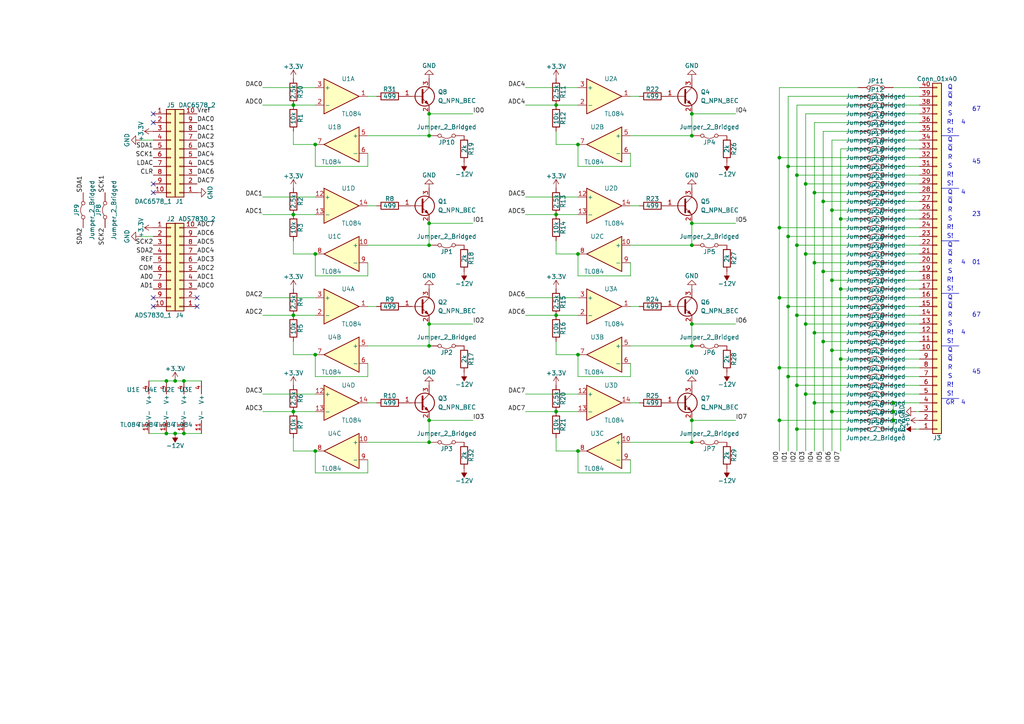
<source format=kicad_sch>
(kicad_sch (version 20250114) (generator "eeschema") (generator_version "9.0")
  (paper "A4")
  (text "R" (at 275.59 91.44 0) (effects (font (size 1.27 1.27))))
  (text "R" (at 275.59 45.72 0) (effects (font (size 1.27 1.27))))
  (text "Q" (at 275.59 86.36 0) (effects (font (size 1.27 1.27))))
  (text "~{Q}" (at 275.59 27.94 0) (effects (font (size 1.27 1.27))))
  (text "~{Q}" (at 275.59 58.42 0) (effects (font (size 1.27 1.27))))
  (text "S!" (at 275.59 99.06 0) (effects (font (size 1.27 1.27))))
  (text "45" (at 283.21 107.95 0) (effects (font (size 1.27 1.27))))
  (text "R" (at 275.59 60.96 0) (effects (font (size 1.27 1.27))))
  (text "R" (at 275.59 106.68 0) (effects (font (size 1.27 1.27))))
  (text "R!" (at 275.59 96.52 0) (effects (font (size 1.27 1.27))))
  (text "S!" (at 275.59 38.1 0) (effects (font (size 1.27 1.27))))
  (text "S" (at 275.59 33.02 0) (effects (font (size 1.27 1.27))))
  (text "GR" (at 275.59 116.84 0) (effects (font (size 1.27 1.27))))
  (text "67" (at 283.21 91.44 0) (effects (font (size 1.27 1.27))))
  (text "~{Q}" (at 275.59 104.14 0) (effects (font (size 1.27 1.27))))
  (text "R!" (at 275.59 66.04 0) (effects (font (size 1.27 1.27))))
  (text "S!" (at 275.59 68.58 0) (effects (font (size 1.27 1.27))))
  (text "S" (at 275.59 78.74 0) (effects (font (size 1.27 1.27))))
  (text "4" (at 279.4 55.88 0) (effects (font (size 1.27 1.27))))
  (text "R!" (at 275.59 50.8 0) (effects (font (size 1.27 1.27))))
  (text "4" (at 279.4 96.52 0) (effects (font (size 1.27 1.27))))
  (text "S" (at 275.59 93.98 0) (effects (font (size 1.27 1.27))))
  (text "R" (at 275.59 30.48 0) (effects (font (size 1.27 1.27))))
  (text "67" (at 283.21 31.75 0) (effects (font (size 1.27 1.27))))
  (text "S!" (at 275.59 53.34 0) (effects (font (size 1.27 1.27))))
  (text "45" (at 283.21 46.99 0) (effects (font (size 1.27 1.27))))
  (text "4" (at 279.4 116.84 0) (effects (font (size 1.27 1.27))))
  (text "01" (at 283.21 76.2 0) (effects (font (size 1.27 1.27))))
  (text "S" (at 275.59 63.5 0) (effects (font (size 1.27 1.27))))
  (text "S!" (at 275.59 83.82 0) (effects (font (size 1.27 1.27))))
  (text "Q" (at 275.59 71.12 0) (effects (font (size 1.27 1.27))))
  (text "4" (at 279.4 35.56 0) (effects (font (size 1.27 1.27))))
  (text "R!" (at 275.59 35.56 0) (effects (font (size 1.27 1.27))))
  (text "S" (at 275.59 48.26 0) (effects (font (size 1.27 1.27))))
  (text "S" (at 275.59 109.22 0) (effects (font (size 1.27 1.27))))
  (text "Q" (at 275.59 55.88 0) (effects (font (size 1.27 1.27))))
  (text "23" (at 283.21 62.23 0) (effects (font (size 1.27 1.27))))
  (text "~{Q}" (at 275.59 43.18 0) (effects (font (size 1.27 1.27))))
  (text "Q" (at 275.59 101.6 0) (effects (font (size 1.27 1.27))))
  (text "S!" (at 275.59 114.3 0) (effects (font (size 1.27 1.27))))
  (text "4" (at 279.4 76.2 0) (effects (font (size 1.27 1.27))))
  (text "R" (at 275.59 76.2 0) (effects (font (size 1.27 1.27))))
  (text "R!" (at 275.59 81.28 0) (effects (font (size 1.27 1.27))))
  (text "~{Q}" (at 275.59 88.9 0) (effects (font (size 1.27 1.27))))
  (text "Q" (at 275.59 25.4 0) (effects (font (size 1.27 1.27))))
  (text "~{Q}" (at 275.59 73.66 0) (effects (font (size 1.27 1.27))))
  (text "Q" (at 275.59 40.64 0) (effects (font (size 1.27 1.27))))
  (text "R!" (at 275.59 111.76 0) (effects (font (size 1.27 1.27))))
  (junction (at 161.29 62.23))
  (junction (at 228.6 88.9))
  (junction (at 243.84 83.82))
  (junction (at 200.66 33.02))
  (junction (at 124.46 93.98))
  (junction (at 161.29 30.48))
  (junction (at 124.46 71.12))
  (junction (at 259.08 121.92))
  (junction (at 241.3 81.28))
  (junction (at 200.66 100.33))
  (junction (at 238.76 99.06))
  (junction (at 226.06 121.92))
  (junction (at 161.29 119.38))
  (junction (at 124.46 33.02))
  (junction (at 226.06 106.68))
  (junction (at 226.06 66.04))
  (junction (at 167.64 102.87))
  (junction (at 48.26 125.73))
  (junction (at 200.66 64.77))
  (junction (at 85.09 119.38))
  (junction (at 91.44 130.81))
  (junction (at 50.8 125.73))
  (junction (at 124.46 100.33))
  (junction (at 259.08 116.84))
  (junction (at 48.26 110.49))
  (junction (at 238.76 78.74))
  (junction (at 91.44 73.66))
  (junction (at 226.06 86.36))
  (junction (at 233.68 73.66))
  (junction (at 236.22 55.88))
  (junction (at 85.09 62.23))
  (junction (at 200.66 71.12))
  (junction (at 91.44 41.91))
  (junction (at 241.3 60.96))
  (junction (at 53.34 125.73))
  (junction (at 231.14 124.46))
  (junction (at 200.66 93.98))
  (junction (at 243.84 63.5))
  (junction (at 231.14 111.76))
  (junction (at 50.8 110.49))
  (junction (at 167.64 41.91))
  (junction (at 236.22 116.84))
  (junction (at 124.46 128.27))
  (junction (at 200.66 121.92))
  (junction (at 228.6 109.22))
  (junction (at 233.68 53.34))
  (junction (at 161.29 91.44))
  (junction (at 226.06 45.72))
  (junction (at 259.08 119.38))
  (junction (at 200.66 128.27))
  (junction (at 241.3 101.6))
  (junction (at 231.14 71.12))
  (junction (at 85.09 91.44))
  (junction (at 243.84 104.14))
  (junction (at 167.64 73.66))
  (junction (at 85.09 30.48))
  (junction (at 238.76 58.42))
  (junction (at 236.22 76.2))
  (junction (at 124.46 64.77))
  (junction (at 124.46 39.37))
  (junction (at 233.68 114.3))
  (junction (at 241.3 119.38))
  (junction (at 228.6 48.26))
  (junction (at 231.14 50.8))
  (junction (at 167.64 130.81))
  (junction (at 228.6 68.58))
  (junction (at 236.22 96.52))
  (junction (at 200.66 39.37))
  (junction (at 53.34 110.49))
  (junction (at 124.46 121.92))
  (junction (at 233.68 93.98))
  (junction (at 231.14 91.44))
  (junction (at 91.44 102.87))
  (no_connect (at 44.45 55.88))
  (no_connect (at 44.45 86.36))
  (no_connect (at 44.45 88.9))
  (no_connect (at 44.45 35.56))
  (no_connect (at 57.15 86.36))
  (no_connect (at 44.45 33.02))
  (no_connect (at 57.15 88.9))
  (no_connect (at 44.45 53.34))
  (wire (pts (xy 200.66 39.37) (xy 200.66 33.02)))
  (wire (pts (xy 228.6 48.26) (xy 248.92 48.26)))
  (wire (pts (xy 259.08 78.74) (xy 266.7 78.74)))
  (wire (pts (xy 259.08 104.14) (xy 266.7 104.14)))
  (wire (pts (xy 243.84 83.82) (xy 243.84 104.14)))
  (wire (pts (xy 85.09 38.1) (xy 85.09 41.91)))
  (wire (pts (xy 161.29 38.1) (xy 161.29 41.91)))
  (wire (pts (xy 85.09 41.91) (xy 91.44 41.91)))
  (wire (pts (xy 124.46 64.77) (xy 137.16 64.77)))
  (wire (pts (xy 76.2 57.15) (xy 91.44 57.15)))
  (wire (pts (xy 231.14 30.48) (xy 248.92 30.48)))
  (wire (pts (xy 233.68 73.66) (xy 233.68 93.98)))
  (wire (pts (xy 259.08 50.8) (xy 266.7 50.8)))
  (wire (pts (xy 182.88 71.12) (xy 200.66 71.12)))
  (wire (pts (xy 259.08 48.26) (xy 266.7 48.26)))
  (wire (pts (xy 231.14 50.8) (xy 248.92 50.8)))
  (wire (pts (xy 226.06 25.4) (xy 248.92 25.4)))
  (wire (pts (xy 161.29 130.81) (xy 167.64 130.81)))
  (wire (pts (xy 233.68 114.3) (xy 233.68 130.81)))
  (wire (pts (xy 236.22 96.52) (xy 236.22 116.84)))
  (wire (pts (xy 106.68 59.69) (xy 109.22 59.69)))
  (wire (pts (xy 76.2 25.4) (xy 91.44 25.4)))
  (wire (pts (xy 259.08 116.84) (xy 266.7 116.84)))
  (wire (pts (xy 236.22 116.84) (xy 248.92 116.84)))
  (wire (pts (xy 226.06 106.68) (xy 248.92 106.68)))
  (wire (pts (xy 259.08 106.68) (xy 266.7 106.68)))
  (wire (pts (xy 106.68 116.84) (xy 109.22 116.84)))
  (wire (pts (xy 226.06 121.92) (xy 248.92 121.92)))
  (wire (pts (xy 167.64 130.81) (xy 167.64 137.16)))
  (wire (pts (xy 241.3 60.96) (xy 248.92 60.96)))
  (wire (pts (xy 228.6 68.58) (xy 228.6 88.9)))
  (wire (pts (xy 265.43 119.38) (xy 266.7 119.38)))
  (wire (pts (xy 243.84 104.14) (xy 243.84 130.81)))
  (wire (pts (xy 182.88 88.9) (xy 185.42 88.9)))
  (wire (pts (xy 200.66 64.77) (xy 213.36 64.77)))
  (wire (pts (xy 85.09 30.48) (xy 91.44 30.48)))
  (wire (pts (xy 91.44 73.66) (xy 91.44 80.01)))
  (wire (pts (xy 231.14 30.48) (xy 231.14 50.8)))
  (wire (pts (xy 243.84 83.82) (xy 248.92 83.82)))
  (wire (pts (xy 243.84 43.18) (xy 248.92 43.18)))
  (wire (pts (xy 48.26 125.73) (xy 50.8 125.73)))
  (wire (pts (xy 259.08 27.94) (xy 266.7 27.94)))
  (wire (pts (xy 241.3 40.64) (xy 248.92 40.64)))
  (wire (pts (xy 124.46 93.98) (xy 137.16 93.98)))
  (wire (pts (xy 226.06 106.68) (xy 226.06 121.92)))
  (wire (pts (xy 259.08 101.6) (xy 266.7 101.6)))
  (wire (pts (xy 241.3 101.6) (xy 248.92 101.6)))
  (wire (pts (xy 167.64 80.01) (xy 182.88 80.01)))
  (wire (pts (xy 91.44 137.16) (xy 106.68 137.16)))
  (wire (pts (xy 236.22 76.2) (xy 236.22 96.52)))
  (wire (pts (xy 106.68 137.16) (xy 106.68 133.35)))
  (wire (pts (xy 226.06 45.72) (xy 248.92 45.72)))
  (wire (pts (xy 106.68 128.27) (xy 124.46 128.27)))
  (wire (pts (xy 228.6 109.22) (xy 228.6 130.81)))
  (wire (pts (xy 161.29 99.06) (xy 161.29 102.87)))
  (wire (pts (xy 106.68 39.37) (xy 124.46 39.37)))
  (wire (pts (xy 161.29 73.66) (xy 167.64 73.66)))
  (wire (pts (xy 259.08 116.84) (xy 259.08 119.38)))
  (wire (pts (xy 228.6 27.94) (xy 248.92 27.94)))
  (wire (pts (xy 231.14 111.76) (xy 231.14 124.46)))
  (polyline (pts (xy 276.86 69.85) (xy 278.13 69.85)))
  (wire (pts (xy 259.08 83.82) (xy 266.7 83.82)))
  (wire (pts (xy 259.08 38.1) (xy 266.7 38.1)))
  (wire (pts (xy 76.2 119.38) (xy 85.09 119.38)))
  (wire (pts (xy 161.29 69.85) (xy 161.29 73.66)))
  (wire (pts (xy 238.76 38.1) (xy 248.92 38.1)))
  (wire (pts (xy 238.76 78.74) (xy 248.92 78.74)))
  (wire (pts (xy 161.29 127) (xy 161.29 130.81)))
  (wire (pts (xy 243.84 104.14) (xy 248.92 104.14)))
  (wire (pts (xy 182.88 59.69) (xy 185.42 59.69)))
  (wire (pts (xy 228.6 88.9) (xy 228.6 109.22)))
  (wire (pts (xy 233.68 93.98) (xy 233.68 114.3)))
  (polyline (pts (xy 273.05 69.85) (xy 278.13 69.85)))
  (wire (pts (xy 91.44 80.01) (xy 106.68 80.01)))
  (wire (pts (xy 259.08 91.44) (xy 266.7 91.44)))
  (wire (pts (xy 200.66 33.02) (xy 213.36 33.02)))
  (wire (pts (xy 226.06 66.04) (xy 248.92 66.04)))
  (wire (pts (xy 238.76 99.06) (xy 238.76 130.81)))
  (wire (pts (xy 233.68 93.98) (xy 248.92 93.98)))
  (wire (pts (xy 182.88 100.33) (xy 200.66 100.33)))
  (wire (pts (xy 243.84 43.18) (xy 243.84 63.5)))
  (wire (pts (xy 236.22 55.88) (xy 248.92 55.88)))
  (wire (pts (xy 236.22 55.88) (xy 236.22 76.2)))
  (wire (pts (xy 85.09 73.66) (xy 91.44 73.66)))
  (wire (pts (xy 259.08 66.04) (xy 266.7 66.04)))
  (wire (pts (xy 106.68 88.9) (xy 109.22 88.9)))
  (wire (pts (xy 167.64 48.26) (xy 182.88 48.26)))
  (wire (pts (xy 161.29 119.38) (xy 167.64 119.38)))
  (wire (pts (xy 243.84 63.5) (xy 243.84 83.82)))
  (wire (pts (xy 236.22 76.2) (xy 248.92 76.2)))
  (wire (pts (xy 259.08 63.5) (xy 266.7 63.5)))
  (wire (pts (xy 226.06 25.4) (xy 226.06 45.72)))
  (wire (pts (xy 85.09 127) (xy 85.09 130.81)))
  (wire (pts (xy 259.08 119.38) (xy 259.08 121.92)))
  (wire (pts (xy 233.68 73.66) (xy 248.92 73.66)))
  (wire (pts (xy 161.29 102.87) (xy 167.64 102.87)))
  (wire (pts (xy 182.88 128.27) (xy 200.66 128.27)))
  (wire (pts (xy 228.6 48.26) (xy 228.6 68.58)))
  (wire (pts (xy 91.44 109.22) (xy 106.68 109.22)))
  (wire (pts (xy 91.44 102.87) (xy 91.44 109.22)))
  (wire (pts (xy 152.4 86.36) (xy 167.64 86.36)))
  (wire (pts (xy 259.08 93.98) (xy 266.7 93.98)))
  (wire (pts (xy 76.2 62.23) (xy 85.09 62.23)))
  (wire (pts (xy 85.09 91.44) (xy 91.44 91.44)))
  (wire (pts (xy 259.08 121.92) (xy 259.08 124.46)))
  (wire (pts (xy 259.08 25.4) (xy 266.7 25.4)))
  (wire (pts (xy 259.08 73.66) (xy 266.7 73.66)))
  (wire (pts (xy 259.08 71.12) (xy 266.7 71.12)))
  (wire (pts (xy 161.29 62.23) (xy 167.64 62.23)))
  (wire (pts (xy 124.46 71.12) (xy 124.46 64.77)))
  (wire (pts (xy 43.18 110.49) (xy 48.26 110.49)))
  (wire (pts (xy 124.46 100.33) (xy 124.46 93.98)))
  (wire (pts (xy 259.08 114.3) (xy 266.7 114.3)))
  (wire (pts (xy 231.14 124.46) (xy 248.92 124.46)))
  (wire (pts (xy 50.8 125.73) (xy 53.34 125.73)))
  (wire (pts (xy 241.3 60.96) (xy 241.3 81.28)))
  (wire (pts (xy 236.22 116.84) (xy 236.22 130.81)))
  (wire (pts (xy 167.64 73.66) (xy 167.64 80.01)))
  (wire (pts (xy 259.08 55.88) (xy 266.7 55.88)))
  (wire (pts (xy 241.3 119.38) (xy 241.3 130.81)))
  (wire (pts (xy 226.06 86.36) (xy 226.06 106.68)))
  (wire (pts (xy 243.84 63.5) (xy 248.92 63.5)))
  (wire (pts (xy 85.09 99.06) (xy 85.09 102.87)))
  (wire (pts (xy 161.29 41.91) (xy 167.64 41.91)))
  (wire (pts (xy 238.76 38.1) (xy 238.76 58.42)))
  (wire (pts (xy 200.66 93.98) (xy 213.36 93.98)))
  (wire (pts (xy 91.44 130.81) (xy 91.44 137.16)))
  (wire (pts (xy 85.09 119.38) (xy 91.44 119.38)))
  (wire (pts (xy 76.2 114.3) (xy 91.44 114.3)))
  (wire (pts (xy 167.64 109.22) (xy 182.88 109.22)))
  (wire (pts (xy 238.76 58.42) (xy 248.92 58.42)))
  (polyline (pts (xy 273.05 54.61) (xy 278.13 54.61)))
  (wire (pts (xy 236.22 35.56) (xy 248.92 35.56)))
  (wire (pts (xy 161.29 30.48) (xy 167.64 30.48)))
  (wire (pts (xy 259.08 96.52) (xy 266.7 96.52)))
  (wire (pts (xy 40.64 68.58) (xy 44.45 68.58)))
  (wire (pts (xy 228.6 88.9) (xy 248.92 88.9)))
  (wire (pts (xy 228.6 27.94) (xy 228.6 48.26)))
  (wire (pts (xy 231.14 111.76) (xy 248.92 111.76)))
  (wire (pts (xy 106.68 100.33) (xy 124.46 100.33)))
  (wire (pts (xy 259.08 33.02) (xy 266.7 33.02)))
  (polyline (pts (xy 273.05 85.09) (xy 278.13 85.09)))
  (wire (pts (xy 91.44 48.26) (xy 106.68 48.26)))
  (wire (pts (xy 182.88 39.37) (xy 200.66 39.37)))
  (wire (pts (xy 241.3 81.28) (xy 248.92 81.28)))
  (wire (pts (xy 226.06 86.36) (xy 248.92 86.36)))
  (wire (pts (xy 152.4 114.3) (xy 167.64 114.3)))
  (wire (pts (xy 85.09 102.87) (xy 91.44 102.87)))
  (wire (pts (xy 259.08 81.28) (xy 266.7 81.28)))
  (wire (pts (xy 259.08 111.76) (xy 266.7 111.76)))
  (wire (pts (xy 233.68 114.3) (xy 248.92 114.3)))
  (wire (pts (xy 152.4 30.48) (xy 161.29 30.48)))
  (wire (pts (xy 228.6 68.58) (xy 248.92 68.58)))
  (wire (pts (xy 167.64 137.16) (xy 182.88 137.16)))
  (wire (pts (xy 259.08 30.48) (xy 266.7 30.48)))
  (wire (pts (xy 48.26 110.49) (xy 50.8 110.49)))
  (wire (pts (xy 182.88 116.84) (xy 185.42 116.84)))
  (polyline (pts (xy 273.05 100.33) (xy 278.13 100.33)))
  (wire (pts (xy 259.08 68.58) (xy 266.7 68.58)))
  (wire (pts (xy 226.06 66.04) (xy 226.06 86.36)))
  (wire (pts (xy 259.08 99.06) (xy 266.7 99.06)))
  (wire (pts (xy 259.08 53.34) (xy 266.7 53.34)))
  (wire (pts (xy 231.14 124.46) (xy 231.14 130.81)))
  (wire (pts (xy 200.66 128.27) (xy 200.66 121.92)))
  (wire (pts (xy 231.14 71.12) (xy 231.14 91.44)))
  (wire (pts (xy 259.08 43.18) (xy 266.7 43.18)))
  (wire (pts (xy 152.4 91.44) (xy 161.29 91.44)))
  (wire (pts (xy 259.08 35.56) (xy 266.7 35.56)))
  (wire (pts (xy 106.68 80.01) (xy 106.68 76.2)))
  (wire (pts (xy 259.08 60.96) (xy 266.7 60.96)))
  (wire (pts (xy 85.09 69.85) (xy 85.09 73.66)))
  (wire (pts (xy 241.3 101.6) (xy 241.3 119.38)))
  (wire (pts (xy 167.64 41.91) (xy 167.64 48.26)))
  (wire (pts (xy 85.09 130.81) (xy 91.44 130.81)))
  (wire (pts (xy 76.2 91.44) (xy 85.09 91.44)))
  (wire (pts (xy 124.46 121.92) (xy 137.16 121.92)))
  (wire (pts (xy 76.2 30.48) (xy 85.09 30.48)))
  (wire (pts (xy 241.3 119.38) (xy 248.92 119.38)))
  (wire (pts (xy 259.08 76.2) (xy 266.7 76.2)))
  (wire (pts (xy 53.34 125.73) (xy 58.42 125.73)))
  (wire (pts (xy 238.76 99.06) (xy 248.92 99.06)))
  (wire (pts (xy 259.08 45.72) (xy 266.7 45.72)))
  (wire (pts (xy 152.4 57.15) (xy 167.64 57.15)))
  (wire (pts (xy 238.76 78.74) (xy 238.76 99.06)))
  (wire (pts (xy 233.68 53.34) (xy 248.92 53.34)))
  (wire (pts (xy 106.68 48.26) (xy 106.68 44.45)))
  (wire (pts (xy 182.88 80.01) (xy 182.88 76.2)))
  (polyline (pts (xy 273.05 39.37) (xy 278.13 39.37)))
  (wire (pts (xy 124.46 33.02) (xy 137.16 33.02)))
  (wire (pts (xy 233.68 33.02) (xy 233.68 53.34)))
  (wire (pts (xy 182.88 109.22) (xy 182.88 105.41)))
  (wire (pts (xy 85.09 62.23) (xy 91.44 62.23)))
  (wire (pts (xy 124.46 39.37) (xy 124.46 33.02)))
  (wire (pts (xy 106.68 71.12) (xy 124.46 71.12)))
  (wire (pts (xy 231.14 71.12) (xy 248.92 71.12)))
  (wire (pts (xy 200.66 71.12) (xy 200.66 64.77)))
  (polyline (pts (xy 273.05 115.57) (xy 278.13 115.57)))
  (wire (pts (xy 233.68 53.34) (xy 233.68 73.66)))
  (wire (pts (xy 50.8 110.49) (xy 53.34 110.49)))
  (wire (pts (xy 182.88 27.94) (xy 185.42 27.94)))
  (wire (pts (xy 236.22 35.56) (xy 236.22 55.88)))
  (wire (pts (xy 231.14 50.8) (xy 231.14 71.12)))
  (wire (pts (xy 53.34 110.49) (xy 58.42 110.49)))
  (wire (pts (xy 161.29 91.44) (xy 167.64 91.44)))
  (wire (pts (xy 226.06 45.72) (xy 226.06 66.04)))
  (wire (pts (xy 152.4 62.23) (xy 161.29 62.23)))
  (wire (pts (xy 231.14 91.44) (xy 248.92 91.44)))
  (wire (pts (xy 40.64 40.64) (xy 44.45 40.64)))
  (wire (pts (xy 233.68 33.02) (xy 248.92 33.02)))
  (wire (pts (xy 124.46 128.27) (xy 124.46 121.92)))
  (wire (pts (xy 182.88 137.16) (xy 182.88 133.35)))
  (wire (pts (xy 167.64 102.87) (xy 167.64 109.22)))
  (wire (pts (xy 241.3 40.64) (xy 241.3 60.96)))
  (wire (pts (xy 182.88 48.26) (xy 182.88 44.45)))
  (wire (pts (xy 106.68 109.22) (xy 106.68 105.41)))
  (wire (pts (xy 76.2 86.36) (xy 91.44 86.36)))
  (wire (pts (xy 91.44 41.91) (xy 91.44 48.26)))
  (wire (pts (xy 231.14 91.44) (xy 231.14 111.76)))
  (wire (pts (xy 241.3 81.28) (xy 241.3 101.6)))
  (wire (pts (xy 43.18 125.73) (xy 48.26 125.73)))
  (wire (pts (xy 259.08 109.22) (xy 266.7 109.22)))
  (wire (pts (xy 265.43 124.46) (xy 266.7 124.46)))
  (wire (pts (xy 259.08 88.9) (xy 266.7 88.9)))
  (wire (pts (xy 259.08 40.64) (xy 266.7 40.64)))
  (wire (pts (xy 259.08 86.36) (xy 266.7 86.36)))
  (wire (pts (xy 236.22 96.52) (xy 248.92 96.52)))
  (wire (pts (xy 238.76 58.42) (xy 238.76 78.74)))
  (wire (pts (xy 200.66 100.33) (xy 200.66 93.98)))
  (wire (pts (xy 106.68 27.94) (xy 109.22 27.94)))
  (wire (pts (xy 152.4 25.4) (xy 167.64 25.4)))
  (wire (pts (xy 259.08 58.42) (xy 266.7 58.42)))
  (wire (pts (xy 152.4 119.38) (xy 161.29 119.38)))
  (wire (pts (xy 226.06 121.92) (xy 226.06 130.81)))
  (wire (pts (xy 228.6 109.22) (xy 248.92 109.22)))
  (wire (pts (xy 200.66 121.92) (xy 213.36 121.92)))
  (label "ADC0" (at 76.2 30.48 180))
  (label "SCK1" (at 44.45 45.72 180))
  (label "ADC5" (at 57.15 71.12 0))
  (label "DAC1" (at 76.2 57.15 180))
  (label "ADC0" (at 57.15 83.82 0))
  (label "IO4" (at 213.36 33.02 0))
  (label "ADC5" (at 152.4 62.23 180))
  (label "IO6" (at 213.36 93.98 0))
  (label "DAC3" (at 57.15 43.18 0))
  (label "DAC0" (at 76.2 25.4 180))
  (label "IO0" (at 137.16 33.02 0))
  (label "IO7" (at 243.84 130.81 270))
  (label "DAC0" (at 57.15 35.56 0))
  (label "DAC5" (at 57.15 48.26 0))
  (label "IO5" (at 238.76 130.81 270))
  (label "ADC7" (at 152.4 119.38 180))
  (label "ADC3" (at 57.15 76.2 0))
  (label "SCK2" (at 30.48 66.04 270))
  (label "SDA1" (at 24.13 55.88 90))
  (label "REF" (at 44.45 76.2 180))
  (label "ADC3" (at 76.2 119.38 180))
  (label "SDA2" (at 44.45 73.66 180))
  (label "Vref" (at 57.15 33.02 0))
  (label "IO3" (at 233.68 130.81 270))
  (label "ADC4" (at 152.4 30.48 180))
  (label "IO0" (at 226.06 130.81 270))
  (label "IO2" (at 137.16 93.98 0))
  (label "ADC4" (at 57.15 73.66 0))
  (label "IO2" (at 231.14 130.81 270))
  (label "COM" (at 44.45 78.74 180))
  (label "DAC5" (at 152.4 57.15 180))
  (label "ADC1" (at 57.15 81.28 0))
  (label "LDAC" (at 44.45 48.26 180))
  (label "DAC1" (at 57.15 38.1 0))
  (label "IO1" (at 228.6 130.81 270))
  (label "SDA2" (at 24.13 66.04 270))
  (label "DAC7" (at 152.4 114.3 180))
  (label "SDA1" (at 44.45 43.18 180))
  (label "ADC1" (at 76.2 62.23 180))
  (label "SCK1" (at 30.48 55.88 90))
  (label "IO4" (at 236.22 130.81 270))
  (label "DAC7" (at 57.15 53.34 0))
  (label "IO7" (at 213.36 121.92 0))
  (label "AD1" (at 44.45 83.82 180))
  (label "ADC2" (at 57.15 78.74 0))
  (label "DAC2" (at 76.2 86.36 180))
  (label "CLR" (at 44.45 50.8 180))
  (label "ADC6" (at 57.15 68.58 0))
  (label "DAC6" (at 57.15 50.8 0))
  (label "ADC7" (at 57.15 66.04 0))
  (label "ADC6" (at 152.4 91.44 180))
  (label "ADC2" (at 76.2 91.44 180))
  (label "IO5" (at 213.36 64.77 0))
  (label "IO3" (at 137.16 121.92 0))
  (label "DAC4" (at 57.15 45.72 0))
  (label "DAC4" (at 152.4 25.4 180))
  (label "DAC6" (at 152.4 86.36 180))
  (label "AD0" (at 44.45 81.28 180))
  (label "DAC2" (at 57.15 40.64 0))
  (label "IO1" (at 137.16 64.77 0))
  (label "DAC3" (at 76.2 114.3 180))
  (label "SCK2" (at 44.45 71.12 180))
  (label "IO6" (at 241.3 130.81 270))
  (symbol (lib_id "Device:R") (at 85.09 58.42 0) (unit 1)
    (property "Reference" "R2" (at 87.122 58.42 90))
    (property "Value" "2.5k" (at 85.09 58.42 90))
    (property "Footprint" "Resistor_THT:R_Axial_DIN0207_L6.3mm_D2.5mm_P10.16mm_Horizontal" (effects (hide yes)))
    (property "Description" "Resistor" (effects (hide yes)))
  )
  (symbol (lib_id "power:+3.3V") (at 85.09 54.61 0) (unit 1)
    (property "Reference" "#PWR04" (effects (hide yes)))
    (property "Value" "+3.3V" (at 85.09 51.054 0))
    (property "Description" "Power symbol creates a global label with name \"+3.3V\"" (effects (hide yes)))
  )
  (symbol (lib_id "Device:R") (at 85.09 26.67 0) (unit 1)
    (property "Reference" "R30" (at 87.122 26.67 90))
    (property "Value" "2.5k" (at 85.09 26.67 90))
    (property "Footprint" "Resistor_THT:R_Axial_DIN0207_L6.3mm_D2.5mm_P10.16mm_Horizontal" (effects (hide yes)))
    (property "Description" "Resistor" (effects (hide yes)))
  )
  (symbol (lib_id "Jumper:Jumper_2_Bridged") (at 205.74 71.12 180) (unit 1)
    (property "Reference" "JP5" (at 205.74 73.025 0))
    (property "Value" "Jumper_2_Bridged" (at 205.74 68.58 0))
    (property "Footprint" "Connector_PinHeader_2.54mm:PinHeader_1x02_P2.54mm_Vertical" (effects (hide yes)))
    (property "Description" "Jumper, 2-pole, closed/bridged" (effects (hide yes)))
  )
  (symbol (lib_id "power:+3.3V") (at 85.09 22.86 0) (unit 1)
    (property "Reference" "#PWR03" (effects (hide yes)))
    (property "Value" "+3.3V" (at 85.09 19.304 0))
    (property "Description" "Power symbol creates a global label with name \"+3.3V\"" (effects (hide yes)))
  )
  (symbol (lib_id "power:GND") (at 40.64 68.58 270) (unit 1)
    (property "Reference" "#PWR033" (effects (hide yes)))
    (property "Value" "GND" (at 36.83 68.58 0))
    (property "Description" "Power symbol creates a global label with name \"GND\" , ground" (effects (hide yes)))
  )
  (symbol (lib_id "power:GND") (at 124.46 22.86 180) (unit 1)
    (property "Reference" "#PWR013" (effects (hide yes)))
    (property "Value" "GND" (at 124.46 19.05 0))
    (property "Description" "Power symbol creates a global label with name \"GND\" , ground" (effects (hide yes)))
  )
  (symbol (lib_id "Amplifier_Operational:TL084") (at 99.06 27.94 0) (unit 1)
    (property "Reference" "U1" (at 99.06 22.86 0) (effects (justify left)))
    (property "Value" "TL084" (at 99.06 33.02 0) (effects (justify left)))
    (property "Footprint" "Package_DIP:DIP-14_W7.62mm" (effects (hide yes)))
    (property "Datasheet" "http://www.ti.com/lit/ds/symlink/tl081.pdf" (effects (hide yes)))
    (property "Description" "Quad JFET-Input Operational Amplifiers, DIP-14/SOIC-14/SSOP-14" (effects (hide yes)))
  )
  (symbol (lib_id "Device:R") (at 134.62 74.93 0) (unit 1)
    (property "Reference" "R18" (at 136.652 74.93 90))
    (property "Value" "2k" (at 134.62 74.93 90))
    (property "Footprint" "Resistor_THT:R_Axial_DIN0207_L6.3mm_D2.5mm_P10.16mm_Horizontal" (effects (hide yes)))
    (property "Description" "Resistor" (effects (hide yes)))
  )
  (symbol (lib_id "Device:R") (at 113.03 88.9 90) (unit 1)
    (property "Reference" "R9" (at 113.03 86.868 90))
    (property "Value" "499" (at 113.03 88.9 90))
    (property "Footprint" "Resistor_THT:R_Axial_DIN0207_L6.3mm_D2.5mm_P10.16mm_Horizontal" (effects (hide yes)))
    (property "Description" "Resistor" (effects (hide yes)))
  )
  (symbol (lib_id "power:+3.3V") (at 44.45 66.04 90) (unit 1)
    (property "Reference" "#PWR08" (effects (hide yes)))
    (property "Value" "+3.3V" (at 40.894 66.04 0))
    (property "Description" "Power symbol creates a global label with name \"+3.3V\"" (effects (hide yes)))
  )
  (symbol (lib_id "Jumper:Jumper_2_Bridged") (at 254 101.6 0) (unit 1)
    (property "Reference" "JP41" (at 254 99.695 0))
    (property "Value" "Jumper_2_Bridged" (at 254 104.14 0))
    (property "Footprint" "Connector_PinHeader_2.54mm:PinHeader_1x02_P2.54mm_Vertical" (effects (hide yes)))
    (property "Description" "Jumper, 2-pole, closed/bridged" (effects (hide yes)))
  )
  (symbol (lib_id "Transistor_BJT:Q_NPN_BEC") (at 198.12 59.69 0) (unit 1)
    (property "Reference" "Q5" (at 203.2 58.42 0) (effects (justify left)))
    (property "Value" "Q_NPN_BEC" (at 203.2 60.96 0) (effects (justify left)))
    (property "Footprint" "Package_TO_SOT_THT:TO-92" (effects (hide yes)))
    (property "Description" "NPN transistor, base/emitter/collector" (effects (hide yes)))
  )
  (symbol (lib_id "Amplifier_Operational:TL084") (at 45.72 118.11 0) (mirror y) (unit 5)
    (property "Reference" "U4" (at 45.72 113.03 0) (effects (justify left)))
    (property "Value" "TL084" (at 45.72 123.19 0) (effects (justify left)))
    (property "Footprint" "Package_DIP:DIP-14_W7.62mm" (effects (hide yes)))
    (property "Datasheet" "http://www.ti.com/lit/ds/symlink/tl081.pdf" (effects (hide yes)))
    (property "Description" "Quad JFET-Input Operational Amplifiers, DIP-14/SOIC-14/SSOP-14" (effects (hide yes)))
  )
  (symbol (lib_id "Jumper:Jumper_2_Bridged") (at 254 58.42 0) (unit 1)
    (property "Reference" "JP24" (at 254 56.515 0))
    (property "Value" "Jumper_2_Bridged" (at 254 60.96 0))
    (property "Footprint" "Connector_PinHeader_2.54mm:PinHeader_1x02_P2.54mm_Vertical" (effects (hide yes)))
    (property "Description" "Jumper, 2-pole, closed/bridged" (effects (hide yes)))
  )
  (symbol (lib_id "Amplifier_Operational:TL084") (at 175.26 59.69 0) (unit 4)
    (property "Reference" "U2" (at 175.26 54.61 0) (effects (justify left)))
    (property "Value" "TL084" (at 175.26 64.77 0) (effects (justify left)))
    (property "Footprint" "Package_DIP:DIP-14_W7.62mm" (effects (hide yes)))
    (property "Datasheet" "http://www.ti.com/lit/ds/symlink/tl081.pdf" (effects (hide yes)))
    (property "Description" "Quad JFET-Input Operational Amplifiers, DIP-14/SOIC-14/SSOP-14" (effects (hide yes)))
  )
  (symbol (lib_id "Device:R") (at 210.82 132.08 0) (unit 1)
    (property "Reference" "R29" (at 212.852 132.08 90))
    (property "Value" "2k" (at 210.82 132.08 90))
    (property "Footprint" "Resistor_THT:R_Axial_DIN0207_L6.3mm_D2.5mm_P10.16mm_Horizontal" (effects (hide yes)))
    (property "Description" "Resistor" (effects (hide yes)))
  )
  (symbol (lib_id "Device:R") (at 161.29 95.25 0) (unit 1)
    (property "Reference" "R16" (at 163.322 95.25 90))
    (property "Value" "10k" (at 161.29 95.25 90))
    (property "Footprint" "Resistor_THT:R_Axial_DIN0207_L6.3mm_D2.5mm_P10.16mm_Horizontal" (effects (hide yes)))
    (property "Description" "Resistor" (effects (hide yes)))
  )
  (symbol (lib_id "Amplifier_Operational:TL084") (at 99.06 102.87 0) (mirror y) (unit 2)
    (property "Reference" "U4" (at 99.06 97.79 0) (effects (justify left)))
    (property "Value" "TL084" (at 99.06 107.95 0) (effects (justify left)))
    (property "Footprint" "Package_DIP:DIP-14_W7.62mm" (effects (hide yes)))
    (property "Datasheet" "http://www.ti.com/lit/ds/symlink/tl081.pdf" (effects (hide yes)))
    (property "Description" "Quad JFET-Input Operational Amplifiers, DIP-14/SOIC-14/SSOP-14" (effects (hide yes)))
  )
  (symbol (lib_id "Jumper:Jumper_2_Bridged") (at 254 91.44 0) (unit 1)
    (property "Reference" "JP37" (at 254 89.535 0))
    (property "Value" "Jumper_2_Bridged" (at 254 93.98 0))
    (property "Footprint" "Connector_PinHeader_2.54mm:PinHeader_1x02_P2.54mm_Vertical" (effects (hide yes)))
    (property "Description" "Jumper, 2-pole, closed/bridged" (effects (hide yes)))
  )
  (symbol (lib_id "Jumper:Jumper_2_Bridged") (at 24.13 60.96 90) (unit 1)
    (property "Reference" "JP9" (at 22.225 60.96 0))
    (property "Value" "Jumper_2_Bridged" (at 26.67 60.96 0))
    (property "Footprint" "Connector_PinHeader_2.54mm:PinHeader_1x02_P2.54mm_Vertical" (effects (hide yes)))
    (property "Description" "Jumper, 2-pole, closed/bridged" (effects (hide yes)))
  )
  (symbol (lib_id "Connector_Generic:Conn_01x10") (at 49.53 76.2 0) (unit 1)
    (property "Reference" "J2" (at 49.53 63.5 0))
    (property "Value" "ADS7830_1" (at 44.45 91.44 0))
    (property "Footprint" "Connector_PinHeader_2.54mm:PinHeader_1x10_P2.54mm_Vertical" (effects (hide yes)))
    (property "Description" "Generic connector, single row, 01x10, script generated (kicad-library-utils/schlib/autogen/connector/)" (effects (hide yes)))
  )
  (symbol (lib_id "Jumper:Jumper_2_Bridged") (at 254 111.76 0) (unit 1)
    (property "Reference" "JP45" (at 254 109.855 0))
    (property "Value" "Jumper_2_Bridged" (at 254 114.3 0))
    (property "Footprint" "Connector_PinHeader_2.54mm:PinHeader_1x02_P2.54mm_Vertical" (effects (hide yes)))
    (property "Description" "Jumper, 2-pole, closed/bridged" (effects (hide yes)))
  )
  (symbol (lib_id "power:+3.3V") (at 85.09 111.76 0) (unit 1)
    (property "Reference" "#PWR010" (effects (hide yes)))
    (property "Value" "+3.3V" (at 85.09 108.204 0))
    (property "Description" "Power symbol creates a global label with name \"+3.3V\"" (effects (hide yes)))
  )
  (symbol (lib_id "Jumper:Jumper_2_Bridged") (at 254 96.52 0) (unit 1)
    (property "Reference" "JP39" (at 254 94.615 0))
    (property "Value" "Jumper_2_Bridged" (at 254 99.06 0))
    (property "Footprint" "Connector_PinHeader_2.54mm:PinHeader_1x02_P2.54mm_Vertical" (effects (hide yes)))
    (property "Description" "Jumper, 2-pole, closed/bridged" (effects (hide yes)))
  )
  (symbol (lib_id "Amplifier_Operational:TL084") (at 99.06 88.9 0) (unit 1)
    (property "Reference" "U4" (at 99.06 83.82 0) (effects (justify left)))
    (property "Value" "TL084" (at 99.06 93.98 0) (effects (justify left)))
    (property "Footprint" "Package_DIP:DIP-14_W7.62mm" (effects (hide yes)))
    (property "Datasheet" "http://www.ti.com/lit/ds/symlink/tl081.pdf" (effects (hide yes)))
    (property "Description" "Quad JFET-Input Operational Amplifiers, DIP-14/SOIC-14/SSOP-14" (effects (hide yes)))
  )
  (symbol (lib_id "Amplifier_Operational:TL084") (at 175.26 116.84 0) (unit 4)
    (property "Reference" "U3" (at 175.26 111.76 0) (effects (justify left)))
    (property "Value" "TL084" (at 175.26 121.92 0) (effects (justify left)))
    (property "Footprint" "Package_DIP:DIP-14_W7.62mm" (effects (hide yes)))
    (property "Datasheet" "http://www.ti.com/lit/ds/symlink/tl081.pdf" (effects (hide yes)))
    (property "Description" "Quad JFET-Input Operational Amplifiers, DIP-14/SOIC-14/SSOP-14" (effects (hide yes)))
  )
  (symbol (lib_id "Jumper:Jumper_2_Bridged") (at 254 109.22 0) (unit 1)
    (property "Reference" "JP44" (at 254 107.315 0))
    (property "Value" "Jumper_2_Bridged" (at 254 111.76 0))
    (property "Footprint" "Connector_PinHeader_2.54mm:PinHeader_1x02_P2.54mm_Vertical" (effects (hide yes)))
    (property "Description" "Jumper, 2-pole, closed/bridged" (effects (hide yes)))
  )
  (symbol (lib_id "Device:R") (at 113.03 27.94 90) (unit 1)
    (property "Reference" "R31" (at 113.03 25.908 90))
    (property "Value" "499" (at 113.03 27.94 90))
    (property "Footprint" "Resistor_THT:R_Axial_DIN0207_L6.3mm_D2.5mm_P10.16mm_Horizontal" (effects (hide yes)))
    (property "Description" "Resistor" (effects (hide yes)))
  )
  (symbol (lib_id "power:GND") (at 124.46 111.76 180) (unit 1)
    (property "Reference" "#PWR016" (effects (hide yes)))
    (property "Value" "GND" (at 124.46 107.95 0))
    (property "Description" "Power symbol creates a global label with name \"GND\" , ground" (effects (hide yes)))
  )
  (symbol (lib_id "Jumper:Jumper_2_Bridged") (at 254 93.98 0) (unit 1)
    (property "Reference" "JP38" (at 254 92.075 0))
    (property "Value" "Jumper_2_Bridged" (at 254 96.52 0))
    (property "Footprint" "Connector_PinHeader_2.54mm:PinHeader_1x02_P2.54mm_Vertical" (effects (hide yes)))
    (property "Description" "Jumper, 2-pole, closed/bridged" (effects (hide yes)))
  )
  (symbol (lib_id "Jumper:Jumper_2_Bridged") (at 254 43.18 0) (unit 1)
    (property "Reference" "JP18" (at 254 41.275 0))
    (property "Value" "Jumper_2_Bridged" (at 254 45.72 0))
    (property "Footprint" "Connector_PinHeader_2.54mm:PinHeader_1x02_P2.54mm_Vertical" (effects (hide yes)))
    (property "Description" "Jumper, 2-pole, closed/bridged" (effects (hide yes)))
  )
  (symbol (lib_id "Jumper:Jumper_2_Bridged") (at 254 53.34 0) (unit 1)
    (property "Reference" "JP22" (at 254 51.435 0))
    (property "Value" "Jumper_2_Bridged" (at 254 55.88 0))
    (property "Footprint" "Connector_PinHeader_2.54mm:PinHeader_1x02_P2.54mm_Vertical" (effects (hide yes)))
    (property "Description" "Jumper, 2-pole, closed/bridged" (effects (hide yes)))
  )
  (symbol (lib_id "Jumper:Jumper_2_Bridged") (at 254 55.88 0) (unit 1)
    (property "Reference" "JP23" (at 254 53.975 0))
    (property "Value" "Jumper_2_Bridged" (at 254 58.42 0))
    (property "Footprint" "Connector_PinHeader_2.54mm:PinHeader_1x02_P2.54mm_Vertical" (effects (hide yes)))
    (property "Description" "Jumper, 2-pole, closed/bridged" (effects (hide yes)))
  )
  (symbol (lib_id "power:+3.3V") (at 161.29 83.82 0) (unit 1)
    (property "Reference" "#PWR021" (effects (hide yes)))
    (property "Value" "+3.3V" (at 161.29 80.264 0))
    (property "Description" "Power symbol creates a global label with name \"+3.3V\"" (effects (hide yes)))
  )
  (symbol (lib_id "power:+3.3V") (at 85.09 83.82 0) (unit 1)
    (property "Reference" "#PWR09" (effects (hide yes)))
    (property "Value" "+3.3V" (at 85.09 80.264 0))
    (property "Description" "Power symbol creates a global label with name \"+3.3V\"" (effects (hide yes)))
  )
  (symbol (lib_id "Jumper:Jumper_2_Bridged") (at 254 119.38 0) (unit 1)
    (property "Reference" "JP48" (at 254 117.475 0))
    (property "Value" "Jumper_2_Bridged" (at 254 121.92 0))
    (property "Footprint" "Connector_PinHeader_2.54mm:PinHeader_1x02_P2.54mm_Vertical" (effects (hide yes)))
    (property "Description" "Jumper, 2-pole, closed/bridged" (effects (hide yes)))
  )
  (symbol (lib_id "Amplifier_Operational:TL084") (at 99.06 41.91 0) (mirror y) (unit 2)
    (property "Reference" "U1" (at 99.06 36.83 0) (effects (justify left)))
    (property "Value" "TL084" (at 99.06 46.99 0) (effects (justify left)))
    (property "Footprint" "Package_DIP:DIP-14_W7.62mm" (effects (hide yes)))
    (property "Datasheet" "http://www.ti.com/lit/ds/symlink/tl081.pdf" (effects (hide yes)))
    (property "Description" "Quad JFET-Input Operational Amplifiers, DIP-14/SOIC-14/SSOP-14" (effects (hide yes)))
  )
  (symbol (lib_id "Jumper:Jumper_2_Bridged") (at 254 45.72 0) (unit 1)
    (property "Reference" "JP19" (at 254 43.815 0))
    (property "Value" "Jumper_2_Bridged" (at 254 48.26 0))
    (property "Footprint" "Connector_PinHeader_2.54mm:PinHeader_1x02_P2.54mm_Vertical" (effects (hide yes)))
    (property "Description" "Jumper, 2-pole, closed/bridged" (effects (hide yes)))
  )
  (symbol (lib_id "Device:R") (at 134.62 43.18 0) (unit 1)
    (property "Reference" "R19" (at 136.652 43.18 90))
    (property "Value" "2k" (at 134.62 43.18 90))
    (property "Footprint" "Resistor_THT:R_Axial_DIN0207_L6.3mm_D2.5mm_P10.16mm_Horizontal" (effects (hide yes)))
    (property "Description" "Resistor" (effects (hide yes)))
  )
  (symbol (lib_id "power:+3.3V") (at 161.29 54.61 0) (unit 1)
    (property "Reference" "#PWR06" (effects (hide yes)))
    (property "Value" "+3.3V" (at 161.29 51.054 0))
    (property "Description" "Power symbol creates a global label with name \"+3.3V\"" (effects (hide yes)))
  )
  (symbol (lib_id "Device:R") (at 161.29 34.29 0) (unit 1)
    (property "Reference" "R12" (at 163.322 34.29 90))
    (property "Value" "10k" (at 161.29 34.29 90))
    (property "Footprint" "Resistor_THT:R_Axial_DIN0207_L6.3mm_D2.5mm_P10.16mm_Horizontal" (effects (hide yes)))
    (property "Description" "Resistor" (effects (hide yes)))
  )
  (symbol (lib_id "Jumper:Jumper_2_Bridged") (at 254 116.84 0) (unit 1)
    (property "Reference" "JP47" (at 254 114.935 0))
    (property "Value" "Jumper_2_Bridged" (at 254 119.38 0))
    (property "Footprint" "Connector_PinHeader_2.54mm:PinHeader_1x02_P2.54mm_Vertical" (effects (hide yes)))
    (property "Description" "Jumper, 2-pole, closed/bridged" (effects (hide yes)))
  )
  (symbol (lib_id "Amplifier_Operational:TL084") (at 175.26 27.94 0) (unit 1)
    (property "Reference" "U2" (at 175.26 22.86 0) (effects (justify left)))
    (property "Value" "TL084" (at 175.26 33.02 0) (effects (justify left)))
    (property "Footprint" "Package_DIP:DIP-14_W7.62mm" (effects (hide yes)))
    (property "Datasheet" "http://www.ti.com/lit/ds/symlink/tl081.pdf" (effects (hide yes)))
    (property "Description" "Quad JFET-Input Operational Amplifiers, DIP-14/SOIC-14/SSOP-14" (effects (hide yes)))
  )
  (symbol (lib_id "Device:R") (at 161.29 26.67 0) (unit 1)
    (property "Reference" "R11" (at 163.322 26.67 90))
    (property "Value" "2.5k" (at 161.29 26.67 90))
    (property "Footprint" "Resistor_THT:R_Axial_DIN0207_L6.3mm_D2.5mm_P10.16mm_Horizontal" (effects (hide yes)))
    (property "Description" "Resistor" (effects (hide yes)))
  )
  (symbol (lib_id "Device:R") (at 161.29 123.19 0) (unit 1)
    (property "Reference" "R21" (at 163.322 123.19 90))
    (property "Value" "10k" (at 161.29 123.19 90))
    (property "Footprint" "Resistor_THT:R_Axial_DIN0207_L6.3mm_D2.5mm_P10.16mm_Horizontal" (effects (hide yes)))
    (property "Description" "Resistor" (effects (hide yes)))
  )
  (symbol (lib_id "Device:R") (at 85.09 115.57 0) (unit 1)
    (property "Reference" "R6" (at 87.122 115.57 90))
    (property "Value" "2.5k" (at 85.09 115.57 90))
    (property "Footprint" "Resistor_THT:R_Axial_DIN0207_L6.3mm_D2.5mm_P10.16mm_Horizontal" (effects (hide yes)))
    (property "Description" "Resistor" (effects (hide yes)))
  )
  (symbol (lib_id "Jumper:Jumper_2_Bridged") (at 129.54 128.27 180) (unit 1)
    (property "Reference" "JP3" (at 129.54 130.175 0))
    (property "Value" "Jumper_2_Bridged" (at 129.54 125.73 0))
    (property "Footprint" "Connector_PinHeader_2.54mm:PinHeader_1x02_P2.54mm_Vertical" (effects (hide yes)))
    (property "Description" "Jumper, 2-pole, closed/bridged" (effects (hide yes)))
  )
  (symbol (lib_id "power:-12V") (at 210.82 107.95 180) (unit 1)
    (property "Reference" "#PWR029" (effects (hide yes)))
    (property "Value" "-12V" (at 210.82 111.506 0))
    (property "Description" "Power symbol creates a global label with name \"-12V\"" (effects (hide yes)))
  )
  (symbol (lib_id "power:+3.3V") (at 161.29 22.86 0) (unit 1)
    (property "Reference" "#PWR05" (effects (hide yes)))
    (property "Value" "+3.3V" (at 161.29 19.304 0))
    (property "Description" "Power symbol creates a global label with name \"+3.3V\"" (effects (hide yes)))
  )
  (symbol (lib_id "Device:R") (at 189.23 27.94 90) (unit 1)
    (property "Reference" "R22" (at 189.23 25.908 90))
    (property "Value" "499" (at 189.23 27.94 90))
    (property "Footprint" "Resistor_THT:R_Axial_DIN0207_L6.3mm_D2.5mm_P10.16mm_Horizontal" (effects (hide yes)))
    (property "Description" "Resistor" (effects (hide yes)))
  )
  (symbol (lib_id "power:-12V") (at 265.43 124.46 90) (unit 1)
    (property "Reference" "#PWR034" (effects (hide yes)))
    (property "Value" "-12V" (at 261.874 124.46 0))
    (property "Description" "Power symbol creates a global label with name \"-12V\"" (effects (hide yes)))
  )
  (symbol (lib_id "Device:R") (at 85.09 87.63 0) (unit 1)
    (property "Reference" "R4" (at 87.122 87.63 90))
    (property "Value" "2.5k" (at 85.09 87.63 90))
    (property "Footprint" "Resistor_THT:R_Axial_DIN0207_L6.3mm_D2.5mm_P10.16mm_Horizontal" (effects (hide yes)))
    (property "Description" "Resistor" (effects (hide yes)))
  )
  (symbol (lib_id "Device:R") (at 161.29 66.04 0) (unit 1)
    (property "Reference" "R14" (at 163.322 66.04 90))
    (property "Value" "10k" (at 161.29 66.04 90))
    (property "Footprint" "Resistor_THT:R_Axial_DIN0207_L6.3mm_D2.5mm_P10.16mm_Horizontal" (effects (hide yes)))
    (property "Description" "Resistor" (effects (hide yes)))
  )
  (symbol (lib_id "Connector_Generic:Conn_01x40") (at 271.78 76.2 0) (mirror x) (unit 1)
    (property "Reference" "J3" (at 271.78 127 0))
    (property "Value" "Conn_01x40" (at 271.78 22.86 0))
    (property "Footprint" "Connector_PinHeader_2.54mm:PinHeader_1x40_P2.54mm_Vertical" (effects (hide yes)))
    (property "Description" "Generic connector, single row, 01x40, script generated (kicad-library-utils/schlib/autogen/connector/)" (effects (hide yes)))
  )
  (symbol (lib_id "Jumper:Jumper_2_Bridged") (at 129.54 71.12 180) (unit 1)
    (property "Reference" "JP1" (at 129.54 73.025 0))
    (property "Value" "Jumper_2_Bridged" (at 129.54 68.58 0))
    (property "Footprint" "Connector_PinHeader_2.54mm:PinHeader_1x02_P2.54mm_Vertical" (effects (hide yes)))
    (property "Description" "Jumper, 2-pole, closed/bridged" (effects (hide yes)))
  )
  (symbol (lib_id "Transistor_BJT:Q_NPN_BEC") (at 198.12 27.94 0) (unit 1)
    (property "Reference" "Q4" (at 203.2 26.67 0) (effects (justify left)))
    (property "Value" "Q_NPN_BEC" (at 203.2 29.21 0) (effects (justify left)))
    (property "Footprint" "Package_TO_SOT_THT:TO-92" (effects (hide yes)))
    (property "Description" "NPN transistor, base/emitter/collector" (effects (hide yes)))
  )
  (symbol (lib_id "Amplifier_Operational:TL084") (at 175.26 73.66 0) (mirror y) (unit 3)
    (property "Reference" "U2" (at 175.26 68.58 0) (effects (justify left)))
    (property "Value" "TL084" (at 175.26 78.74 0) (effects (justify left)))
    (property "Footprint" "Package_DIP:DIP-14_W7.62mm" (effects (hide yes)))
    (property "Datasheet" "http://www.ti.com/lit/ds/symlink/tl081.pdf" (effects (hide yes)))
    (property "Description" "Quad JFET-Input Operational Amplifiers, DIP-14/SOIC-14/SSOP-14" (effects (hide yes)))
  )
  (symbol (lib_id "power:+3.3V") (at 50.8 110.49 0) (unit 1)
    (property "Reference" "#PWR02" (effects (hide yes)))
    (property "Value" "+3.3V" (at 50.8 106.934 0))
    (property "Description" "Power symbol creates a global label with name \"+3.3V\"" (effects (hide yes)))
  )
  (symbol (lib_id "Jumper:Jumper_2_Bridged") (at 129.54 39.37 180) (unit 1)
    (property "Reference" "JP10" (at 129.54 41.275 0))
    (property "Value" "Jumper_2_Bridged" (at 129.54 36.83 0))
    (property "Footprint" "Connector_PinHeader_2.54mm:PinHeader_1x02_P2.54mm_Vertical" (effects (hide yes)))
    (property "Description" "Jumper, 2-pole, closed/bridged" (effects (hide yes)))
  )
  (symbol (lib_id "power:-12V") (at 134.62 78.74 180) (unit 1)
    (property "Reference" "#PWR019" (effects (hide yes)))
    (property "Value" "-12V" (at 134.62 82.296 0))
    (property "Description" "Power symbol creates a global label with name \"-12V\"" (effects (hide yes)))
  )
  (symbol (lib_id "Jumper:Jumper_2_Bridged") (at 254 76.2 0) (unit 1)
    (property "Reference" "JP31" (at 254 74.295 0))
    (property "Value" "Jumper_2_Bridged" (at 254 78.74 0))
    (property "Footprint" "Connector_PinHeader_2.54mm:PinHeader_1x02_P2.54mm_Vertical" (effects (hide yes)))
    (property "Description" "Jumper, 2-pole, closed/bridged" (effects (hide yes)))
  )
  (symbol (lib_id "Device:R") (at 113.03 59.69 90) (unit 1)
    (property "Reference" "R8" (at 113.03 57.658 90))
    (property "Value" "499" (at 113.03 59.69 90))
    (property "Footprint" "Resistor_THT:R_Axial_DIN0207_L6.3mm_D2.5mm_P10.16mm_Horizontal" (effects (hide yes)))
    (property "Description" "Resistor" (effects (hide yes)))
  )
  (symbol (lib_id "Device:R") (at 113.03 116.84 90) (unit 1)
    (property "Reference" "R10" (at 113.03 114.808 90))
    (property "Value" "499" (at 113.03 116.84 90))
    (property "Footprint" "Resistor_THT:R_Axial_DIN0207_L6.3mm_D2.5mm_P10.16mm_Horizontal" (effects (hide yes)))
    (property "Description" "Resistor" (effects (hide yes)))
  )
  (symbol (lib_id "power:GND") (at 124.46 83.82 180) (unit 1)
    (property "Reference" "#PWR015" (effects (hide yes)))
    (property "Value" "GND" (at 124.46 80.01 0))
    (property "Description" "Power symbol creates a global label with name \"GND\" , ground" (effects (hide yes)))
  )
  (symbol (lib_id "Amplifier_Operational:TL084") (at 50.8 118.11 0) (mirror y) (unit 5)
    (property "Reference" "U2" (at 50.8 113.03 0) (effects (justify left)))
    (property "Value" "TL084" (at 50.8 123.19 0) (effects (justify left)))
    (property "Footprint" "Package_DIP:DIP-14_W7.62mm" (effects (hide yes)))
    (property "Datasheet" "http://www.ti.com/lit/ds/symlink/tl081.pdf" (effects (hide yes)))
    (property "Description" "Quad JFET-Input Operational Amplifiers, DIP-14/SOIC-14/SSOP-14" (effects (hide yes)))
  )
  (symbol (lib_id "Jumper:Jumper_2_Bridged") (at 254 63.5 0) (unit 1)
    (property "Reference" "JP26" (at 254 61.595 0))
    (property "Value" "Jumper_2_Bridged" (at 254 66.04 0))
    (property "Footprint" "Connector_PinHeader_2.54mm:PinHeader_1x02_P2.54mm_Vertical" (effects (hide yes)))
    (property "Description" "Jumper, 2-pole, closed/bridged" (effects (hide yes)))
  )
  (symbol (lib_id "Amplifier_Operational:TL084") (at 99.06 116.84 0) (unit 4)
    (property "Reference" "U4" (at 99.06 111.76 0) (effects (justify left)))
    (property "Value" "TL084" (at 99.06 121.92 0) (effects (justify left)))
    (property "Footprint" "Package_DIP:DIP-14_W7.62mm" (effects (hide yes)))
    (property "Datasheet" "http://www.ti.com/lit/ds/symlink/tl081.pdf" (effects (hide yes)))
    (property "Description" "Quad JFET-Input Operational Amplifiers, DIP-14/SOIC-14/SSOP-14" (effects (hide yes)))
  )
  (symbol (lib_id "Device:R") (at 189.23 88.9 90) (unit 1)
    (property "Reference" "R24" (at 189.23 86.868 90))
    (property "Value" "499" (at 189.23 88.9 90))
    (property "Footprint" "Resistor_THT:R_Axial_DIN0207_L6.3mm_D2.5mm_P10.16mm_Horizontal" (effects (hide yes)))
    (property "Description" "Resistor" (effects (hide yes)))
  )
  (symbol (lib_id "Amplifier_Operational:TL084") (at 175.26 88.9 0) (unit 1)
    (property "Reference" "U3" (at 175.26 83.82 0) (effects (justify left)))
    (property "Value" "TL084" (at 175.26 93.98 0) (effects (justify left)))
    (property "Footprint" "Package_DIP:DIP-14_W7.62mm" (effects (hide yes)))
    (property "Datasheet" "http://www.ti.com/lit/ds/symlink/tl081.pdf" (effects (hide yes)))
    (property "Description" "Quad JFET-Input Operational Amplifiers, DIP-14/SOIC-14/SSOP-14" (effects (hide yes)))
  )
  (symbol (lib_id "Transistor_BJT:Q_NPN_BEC") (at 198.12 88.9 0) (unit 1)
    (property "Reference" "Q6" (at 203.2 87.63 0) (effects (justify left)))
    (property "Value" "Q_NPN_BEC" (at 203.2 90.17 0) (effects (justify left)))
    (property "Footprint" "Package_TO_SOT_THT:TO-92" (effects (hide yes)))
    (property "Description" "NPN transistor, base/emitter/collector" (effects (hide yes)))
  )
  (symbol (lib_id "Amplifier_Operational:TL084") (at 55.88 118.11 0) (mirror y) (unit 5)
    (property "Reference" "U3" (at 55.88 113.03 0) (effects (justify left)))
    (property "Value" "TL084" (at 55.88 123.19 0) (effects (justify left)))
    (property "Footprint" "Package_DIP:DIP-14_W7.62mm" (effects (hide yes)))
    (property "Datasheet" "http://www.ti.com/lit/ds/symlink/tl081.pdf" (effects (hide yes)))
    (property "Description" "Quad JFET-Input Operational Amplifiers, DIP-14/SOIC-14/SSOP-14" (effects (hide yes)))
  )
  (symbol (lib_id "Transistor_BJT:Q_NPN_BEC") (at 121.92 116.84 0) (unit 1)
    (property "Reference" "Q3" (at 127 115.57 0) (effects (justify left)))
    (property "Value" "Q_NPN_BEC" (at 127 118.11 0) (effects (justify left)))
    (property "Footprint" "Package_TO_SOT_THT:TO-92" (effects (hide yes)))
    (property "Description" "NPN transistor, base/emitter/collector" (effects (hide yes)))
  )
  (symbol (lib_id "Device:R") (at 210.82 43.18 0) (unit 1)
    (property "Reference" "R26" (at 212.852 43.18 90))
    (property "Value" "2k" (at 210.82 43.18 90))
    (property "Footprint" "Resistor_THT:R_Axial_DIN0207_L6.3mm_D2.5mm_P10.16mm_Horizontal" (effects (hide yes)))
    (property "Description" "Resistor" (effects (hide yes)))
  )
  (symbol (lib_id "power:GND") (at 200.66 83.82 180) (unit 1)
    (property "Reference" "#PWR025" (effects (hide yes)))
    (property "Value" "GND" (at 200.66 80.01 0))
    (property "Description" "Power symbol creates a global label with name \"GND\" , ground" (effects (hide yes)))
  )
  (symbol (lib_id "Jumper:Jumper_2_Bridged") (at 254 40.64 0) (unit 1)
    (property "Reference" "JP17" (at 254 38.735 0))
    (property "Value" "Jumper_2_Bridged" (at 254 43.18 0))
    (property "Footprint" "Connector_PinHeader_2.54mm:PinHeader_1x02_P2.54mm_Vertical" (effects (hide yes)))
    (property "Description" "Jumper, 2-pole, closed/bridged" (effects (hide yes)))
  )
  (symbol (lib_id "power:-12V") (at 50.8 125.73 180) (unit 1)
    (property "Reference" "#PWR01" (effects (hide yes)))
    (property "Value" "-12V" (at 50.8 129.286 0))
    (property "Description" "Power symbol creates a global label with name \"-12V\"" (effects (hide yes)))
  )
  (symbol (lib_id "Jumper:Jumper_2_Bridged") (at 254 35.56 0) (unit 1)
    (property "Reference" "JP15" (at 254 33.655 0))
    (property "Value" "Jumper_2_Bridged" (at 254 38.1 0))
    (property "Footprint" "Connector_PinHeader_2.54mm:PinHeader_1x02_P2.54mm_Vertical" (effects (hide yes)))
    (property "Description" "Jumper, 2-pole, closed/bridged" (effects (hide yes)))
  )
  (symbol (lib_id "Device:R") (at 210.82 74.93 0) (unit 1)
    (property "Reference" "R27" (at 212.852 74.93 90))
    (property "Value" "2k" (at 210.82 74.93 90))
    (property "Footprint" "Resistor_THT:R_Axial_DIN0207_L6.3mm_D2.5mm_P10.16mm_Horizontal" (effects (hide yes)))
    (property "Description" "Resistor" (effects (hide yes)))
  )
  (symbol (lib_id "Transistor_BJT:Q_NPN_BEC") (at 121.92 27.94 0) (unit 1)
    (property "Reference" "Q8" (at 127 26.67 0) (effects (justify left)))
    (property "Value" "Q_NPN_BEC" (at 127 29.21 0) (effects (justify left)))
    (property "Footprint" "Package_TO_SOT_THT:TO-92" (effects (hide yes)))
    (property "Description" "NPN transistor, base/emitter/collector" (effects (hide yes)))
  )
  (symbol (lib_id "power:-12V") (at 134.62 107.95 180) (unit 1)
    (property "Reference" "#PWR018" (effects (hide yes)))
    (property "Value" "-12V" (at 134.62 111.506 0))
    (property "Description" "Power symbol creates a global label with name \"-12V\"" (effects (hide yes)))
  )
  (symbol (lib_id "Device:R") (at 85.09 34.29 0) (unit 1)
    (property "Reference" "R1" (at 87.122 34.29 90))
    (property "Value" "10k" (at 85.09 34.29 90))
    (property "Footprint" "Resistor_THT:R_Axial_DIN0207_L6.3mm_D2.5mm_P10.16mm_Horizontal" (effects (hide yes)))
    (property "Description" "Resistor" (effects (hide yes)))
  )
  (symbol (lib_id "power:GND") (at 40.64 40.64 270) (unit 1)
    (property "Reference" "#PWR032" (effects (hide yes)))
    (property "Value" "GND" (at 36.83 40.64 0))
    (property "Description" "Power symbol creates a global label with name \"GND\" , ground" (effects (hide yes)))
  )
  (symbol (lib_id "Jumper:Jumper_2_Bridged") (at 254 83.82 0) (unit 1)
    (property "Reference" "JP34" (at 254 81.915 0))
    (property "Value" "Jumper_2_Bridged" (at 254 86.36 0))
    (property "Footprint" "Connector_PinHeader_2.54mm:PinHeader_1x02_P2.54mm_Vertical" (effects (hide yes)))
    (property "Description" "Jumper, 2-pole, closed/bridged" (effects (hide yes)))
  )
  (symbol (lib_id "power:GND") (at 124.46 54.61 180) (unit 1)
    (property "Reference" "#PWR014" (effects (hide yes)))
    (property "Value" "GND" (at 124.46 50.8 0))
    (property "Description" "Power symbol creates a global label with name \"GND\" , ground" (effects (hide yes)))
  )
  (symbol (lib_id "Connector_Generic:Conn_01x10") (at 52.07 78.74 180) (unit 1)
    (property "Reference" "J4" (at 52.07 91.44 0))
    (property "Value" "ADS7830_2" (at 57.15 63.5 0))
    (property "Footprint" "Connector_PinHeader_2.54mm:PinHeader_1x10_P2.54mm_Vertical" (effects (hide yes)))
    (property "Description" "Generic connector, single row, 01x10, script generated (kicad-library-utils/schlib/autogen/connector/)" (effects (hide yes)))
  )
  (symbol (lib_id "Device:R") (at 134.62 132.08 0) (unit 1)
    (property "Reference" "R32" (at 136.652 132.08 90))
    (property "Value" "2k" (at 134.62 132.08 90))
    (property "Footprint" "Resistor_THT:R_Axial_DIN0207_L6.3mm_D2.5mm_P10.16mm_Horizontal" (effects (hide yes)))
    (property "Description" "Resistor" (effects (hide yes)))
  )
  (symbol (lib_id "Jumper:Jumper_2_Bridged") (at 254 114.3 0) (unit 1)
    (property "Reference" "JP46" (at 254 112.395 0))
    (property "Value" "Jumper_2_Bridged" (at 254 116.84 0))
    (property "Footprint" "Connector_PinHeader_2.54mm:PinHeader_1x02_P2.54mm_Vertical" (effects (hide yes)))
    (property "Description" "Jumper, 2-pole, closed/bridged" (effects (hide yes)))
  )
  (symbol (lib_id "Amplifier_Operational:TL084") (at 99.06 73.66 0) (mirror y) (unit 3)
    (property "Reference" "U1" (at 99.06 68.58 0) (effects (justify left)))
    (property "Value" "TL084" (at 99.06 78.74 0) (effects (justify left)))
    (property "Footprint" "Package_DIP:DIP-14_W7.62mm" (effects (hide yes)))
    (property "Datasheet" "http://www.ti.com/lit/ds/symlink/tl081.pdf" (effects (hide yes)))
    (property "Description" "Quad JFET-Input Operational Amplifiers, DIP-14/SOIC-14/SSOP-14" (effects (hide yes)))
  )
  (symbol (lib_id "power:GND") (at 265.43 119.38 270) (unit 1)
    (property "Reference" "#PWR035" (effects (hide yes)))
    (property "Value" "GND" (at 261.62 119.38 0))
    (property "Description" "Power symbol creates a global label with name \"GND\" , ground" (effects (hide yes)))
  )
  (symbol (lib_id "power:+3.3V") (at 161.29 111.76 0) (unit 1)
    (property "Reference" "#PWR022" (effects (hide yes)))
    (property "Value" "+3.3V" (at 161.29 108.204 0))
    (property "Description" "Power symbol creates a global label with name \"+3.3V\"" (effects (hide yes)))
  )
  (symbol (lib_id "Amplifier_Operational:TL084") (at 40.64 118.11 0) (mirror y) (unit 5)
    (property "Reference" "U1" (at 40.64 113.03 0) (effects (justify left)))
    (property "Value" "TL084" (at 40.64 123.19 0) (effects (justify left)))
    (property "Footprint" "Package_DIP:DIP-14_W7.62mm" (effects (hide yes)))
    (property "Datasheet" "http://www.ti.com/lit/ds/symlink/tl081.pdf" (effects (hide yes)))
    (property "Description" "Quad JFET-Input Operational Amplifiers, DIP-14/SOIC-14/SSOP-14" (effects (hide yes)))
  )
  (symbol (lib_id "Jumper:Jumper_2_Bridged") (at 254 66.04 0) (unit 1)
    (property "Reference" "JP27" (at 254 64.135 0))
    (property "Value" "Jumper_2_Bridged" (at 254 68.58 0))
    (property "Footprint" "Connector_PinHeader_2.54mm:PinHeader_1x02_P2.54mm_Vertical" (effects (hide yes)))
    (property "Description" "Jumper, 2-pole, closed/bridged" (effects (hide yes)))
  )
  (symbol (lib_id "Jumper:Jumper_2_Bridged") (at 254 86.36 0) (unit 1)
    (property "Reference" "JP35" (at 254 84.455 0))
    (property "Value" "Jumper_2_Bridged" (at 254 88.9 0))
    (property "Footprint" "Connector_PinHeader_2.54mm:PinHeader_1x02_P2.54mm_Vertical" (effects (hide yes)))
    (property "Description" "Jumper, 2-pole, closed/bridged" (effects (hide yes)))
  )
  (symbol (lib_id "Device:R") (at 210.82 104.14 0) (unit 1)
    (property "Reference" "R28" (at 212.852 104.14 90))
    (property "Value" "2k" (at 210.82 104.14 90))
    (property "Footprint" "Resistor_THT:R_Axial_DIN0207_L6.3mm_D2.5mm_P10.16mm_Horizontal" (effects (hide yes)))
    (property "Description" "Resistor" (effects (hide yes)))
  )
  (symbol (lib_id "Device:R") (at 189.23 116.84 90) (unit 1)
    (property "Reference" "R25" (at 189.23 114.808 90))
    (property "Value" "499" (at 189.23 116.84 90))
    (property "Footprint" "Resistor_THT:R_Axial_DIN0207_L6.3mm_D2.5mm_P10.16mm_Horizontal" (effects (hide yes)))
    (property "Description" "Resistor" (effects (hide yes)))
  )
  (symbol (lib_id "Jumper:Jumper_2_Bridged") (at 254 68.58 0) (unit 1)
    (property "Reference" "JP28" (at 254 66.675 0))
    (property "Value" "Jumper_2_Bridged" (at 254 71.12 0))
    (property "Footprint" "Connector_PinHeader_2.54mm:PinHeader_1x02_P2.54mm_Vertical" (effects (hide yes)))
    (property "Description" "Jumper, 2-pole, closed/bridged" (effects (hide yes)))
  )
  (symbol (lib_id "power:-12V") (at 210.82 78.74 180) (unit 1)
    (property "Reference" "#PWR028" (effects (hide yes)))
    (property "Value" "-12V" (at 210.82 82.296 0))
    (property "Description" "Power symbol creates a global label with name \"-12V\"" (effects (hide yes)))
  )
  (symbol (lib_id "Amplifier_Operational:TL084") (at 175.26 130.81 0) (mirror y) (unit 3)
    (property "Reference" "U3" (at 175.26 125.73 0) (effects (justify left)))
    (property "Value" "TL084" (at 175.26 135.89 0) (effects (justify left)))
    (property "Footprint" "Package_DIP:DIP-14_W7.62mm" (effects (hide yes)))
    (property "Datasheet" "http://www.ti.com/lit/ds/symlink/tl081.pdf" (effects (hide yes)))
    (property "Description" "Quad JFET-Input Operational Amplifiers, DIP-14/SOIC-14/SSOP-14" (effects (hide yes)))
  )
  (symbol (lib_id "Jumper:Jumper_2_Bridged") (at 254 33.02 0) (unit 1)
    (property "Reference" "JP14" (at 254 31.115 0))
    (property "Value" "Jumper_2_Bridged" (at 254 35.56 0))
    (property "Footprint" "Connector_PinHeader_2.54mm:PinHeader_1x02_P2.54mm_Vertical" (effects (hide yes)))
    (property "Description" "Jumper, 2-pole, closed/bridged" (effects (hide yes)))
  )
  (symbol (lib_id "Jumper:Jumper_2_Bridged") (at 254 48.26 0) (unit 1)
    (property "Reference" "JP20" (at 254 46.355 0))
    (property "Value" "Jumper_2_Bridged" (at 254 50.8 0))
    (property "Footprint" "Connector_PinHeader_2.54mm:PinHeader_1x02_P2.54mm_Vertical" (effects (hide yes)))
    (property "Description" "Jumper, 2-pole, closed/bridged" (effects (hide yes)))
  )
  (symbol (lib_id "Jumper:Jumper_2_Bridged") (at 254 73.66 0) (unit 1)
    (property "Reference" "JP30" (at 254 71.755 0))
    (property "Value" "Jumper_2_Bridged" (at 254 76.2 0))
    (property "Footprint" "Connector_PinHeader_2.54mm:PinHeader_1x02_P2.54mm_Vertical" (effects (hide yes)))
    (property "Description" "Jumper, 2-pole, closed/bridged" (effects (hide yes)))
  )
  (symbol (lib_id "Device:R") (at 134.62 104.14 0) (unit 1)
    (property "Reference" "R17" (at 136.652 104.14 90))
    (property "Value" "2k" (at 134.62 104.14 90))
    (property "Footprint" "Resistor_THT:R_Axial_DIN0207_L6.3mm_D2.5mm_P10.16mm_Horizontal" (effects (hide yes)))
    (property "Description" "Resistor" (effects (hide yes)))
  )
  (symbol (lib_id "Jumper:Jumper_2_Bridged") (at 205.74 39.37 180) (unit 1)
    (property "Reference" "JP4" (at 205.74 41.275 0))
    (property "Value" "Jumper_2_Bridged" (at 205.74 36.83 0))
    (property "Footprint" "Connector_PinHeader_2.54mm:PinHeader_1x02_P2.54mm_Vertical" (effects (hide yes)))
    (property "Description" "Jumper, 2-pole, closed/bridged" (effects (hide yes)))
  )
  (symbol (lib_id "Transistor_BJT:Q_NPN_BEC") (at 198.12 116.84 0) (unit 1)
    (property "Reference" "Q7" (at 203.2 115.57 0) (effects (justify left)))
    (property "Value" "Q_NPN_BEC" (at 203.2 118.11 0) (effects (justify left)))
    (property "Footprint" "Package_TO_SOT_THT:TO-92" (effects (hide yes)))
    (property "Description" "NPN transistor, base/emitter/collector" (effects (hide yes)))
  )
  (symbol (lib_id "Transistor_BJT:Q_NPN_BEC") (at 121.92 59.69 0) (unit 1)
    (property "Reference" "Q1" (at 127 58.42 0) (effects (justify left)))
    (property "Value" "Q_NPN_BEC" (at 127 60.96 0) (effects (justify left)))
    (property "Footprint" "Package_TO_SOT_THT:TO-92" (effects (hide yes)))
    (property "Description" "NPN transistor, base/emitter/collector" (effects (hide yes)))
  )
  (symbol (lib_id "Jumper:Jumper_2_Bridged") (at 254 50.8 0) (unit 1)
    (property "Reference" "JP21" (at 254 48.895 0))
    (property "Value" "Jumper_2_Bridged" (at 254 53.34 0))
    (property "Footprint" "Connector_PinHeader_2.54mm:PinHeader_1x02_P2.54mm_Vertical" (effects (hide yes)))
    (property "Description" "Jumper, 2-pole, closed/bridged" (effects (hide yes)))
  )
  (symbol (lib_id "Jumper:Jumper_2_Bridged") (at 30.48 60.96 90) (unit 1)
    (property "Reference" "JP8" (at 28.575 60.96 0))
    (property "Value" "Jumper_2_Bridged" (at 33.02 60.96 0))
    (property "Footprint" "Connector_PinHeader_2.54mm:PinHeader_1x02_P2.54mm_Vertical" (effects (hide yes)))
    (property "Description" "Jumper, 2-pole, closed/bridged" (effects (hide yes)))
  )
  (symbol (lib_id "Jumper:Jumper_2_Bridged") (at 254 88.9 0) (unit 1)
    (property "Reference" "JP36" (at 254 86.995 0))
    (property "Value" "Jumper_2_Bridged" (at 254 91.44 0))
    (property "Footprint" "Connector_PinHeader_2.54mm:PinHeader_1x02_P2.54mm_Vertical" (effects (hide yes)))
    (property "Description" "Jumper, 2-pole, closed/bridged" (effects (hide yes)))
  )
  (symbol (lib_id "power:-12V") (at 134.62 46.99 180) (unit 1)
    (property "Reference" "#PWR020" (effects (hide yes)))
    (property "Value" "-12V" (at 134.62 50.546 0))
    (property "Description" "Power symbol creates a global label with name \"-12V\"" (effects (hide yes)))
  )
  (symbol (lib_id "Amplifier_Operational:TL084") (at 175.26 41.91 0) (mirror y) (unit 2)
    (property "Reference" "U2" (at 175.26 36.83 0) (effects (justify left)))
    (property "Value" "TL084" (at 175.26 46.99 0) (effects (justify left)))
    (property "Footprint" "Package_DIP:DIP-14_W7.62mm" (effects (hide yes)))
    (property "Datasheet" "http://www.ti.com/lit/ds/symlink/tl081.pdf" (effects (hide yes)))
    (property "Description" "Quad JFET-Input Operational Amplifiers, DIP-14/SOIC-14/SSOP-14" (effects (hide yes)))
  )
  (symbol (lib_id "Jumper:Jumper_2_Bridged") (at 205.74 128.27 180) (unit 1)
    (property "Reference" "JP7" (at 205.74 130.175 0))
    (property "Value" "Jumper_2_Bridged" (at 205.74 125.73 0))
    (property "Footprint" "Connector_PinHeader_2.54mm:PinHeader_1x02_P2.54mm_Vertical" (effects (hide yes)))
    (property "Description" "Jumper, 2-pole, closed/bridged" (effects (hide yes)))
  )
  (symbol (lib_id "Device:R") (at 85.09 123.19 0) (unit 1)
    (property "Reference" "R7" (at 87.122 123.19 90))
    (property "Value" "10k" (at 85.09 123.19 90))
    (property "Footprint" "Resistor_THT:R_Axial_DIN0207_L6.3mm_D2.5mm_P10.16mm_Horizontal" (effects (hide yes)))
    (property "Description" "Resistor" (effects (hide yes)))
  )
  (symbol (lib_id "Transistor_BJT:Q_NPN_BEC") (at 121.92 88.9 0) (unit 1)
    (property "Reference" "Q2" (at 127 87.63 0) (effects (justify left)))
    (property "Value" "Q_NPN_BEC" (at 127 90.17 0) (effects (justify left)))
    (property "Footprint" "Package_TO_SOT_THT:TO-92" (effects (hide yes)))
    (property "Description" "NPN transistor, base/emitter/collector" (effects (hide yes)))
  )
  (symbol (lib_id "Jumper:Jumper_2_Bridged") (at 205.74 100.33 180) (unit 1)
    (property "Reference" "JP6" (at 205.74 102.235 0))
    (property "Value" "Jumper_2_Bridged" (at 205.74 97.79 0))
    (property "Footprint" "Connector_PinHeader_2.54mm:PinHeader_1x02_P2.54mm_Vertical" (effects (hide yes)))
    (property "Description" "Jumper, 2-pole, closed/bridged" (effects (hide yes)))
  )
  (symbol (lib_id "power:+3.3V") (at 44.45 38.1 90) (unit 1)
    (property "Reference" "#PWR07" (effects (hide yes)))
    (property "Value" "+3.3V" (at 40.894 38.1 0))
    (property "Description" "Power symbol creates a global label with name \"+3.3V\"" (effects (hide yes)))
  )
  (symbol (lib_id "Device:R") (at 85.09 66.04 0) (unit 1)
    (property "Reference" "R3" (at 87.122 66.04 90))
    (property "Value" "10k" (at 85.09 66.04 90))
    (property "Footprint" "Resistor_THT:R_Axial_DIN0207_L6.3mm_D2.5mm_P10.16mm_Horizontal" (effects (hide yes)))
    (property "Description" "Resistor" (effects (hide yes)))
  )
  (symbol (lib_id "Jumper:Jumper_2_Bridged") (at 254 104.14 0) (unit 1)
    (property "Reference" "JP42" (at 254 102.235 0))
    (property "Value" "Jumper_2_Bridged" (at 254 106.68 0))
    (property "Footprint" "Connector_PinHeader_2.54mm:PinHeader_1x02_P2.54mm_Vertical" (effects (hide yes)))
    (property "Description" "Jumper, 2-pole, closed/bridged" (effects (hide yes)))
  )
  (symbol (lib_id "power:+6V") (at 266.7 121.92 90) (unit 1)
    (property "Reference" "#PWR011" (effects (hide yes)))
    (property "Value" "+6V" (at 263.144 121.92 0))
    (property "Description" "Power symbol creates a global label with name \"+6V\"" (effects (hide yes)))
  )
  (symbol (lib_id "Amplifier_Operational:TL084") (at 99.06 59.69 0) (unit 4)
    (property "Reference" "U1" (at 99.06 54.61 0) (effects (justify left)))
    (property "Value" "TL084" (at 99.06 64.77 0) (effects (justify left)))
    (property "Footprint" "Package_DIP:DIP-14_W7.62mm" (effects (hide yes)))
    (property "Datasheet" "http://www.ti.com/lit/ds/symlink/tl081.pdf" (effects (hide yes)))
    (property "Description" "Quad JFET-Input Operational Amplifiers, DIP-14/SOIC-14/SSOP-14" (effects (hide yes)))
  )
  (symbol (lib_id "Device:R") (at 189.23 59.69 90) (unit 1)
    (property "Reference" "R23" (at 189.23 57.658 90))
    (property "Value" "499" (at 189.23 59.69 90))
    (property "Footprint" "Resistor_THT:R_Axial_DIN0207_L6.3mm_D2.5mm_P10.16mm_Horizontal" (effects (hide yes)))
    (property "Description" "Resistor" (effects (hide yes)))
  )
  (symbol (lib_id "Jumper:Jumper_2_Bridged") (at 254 78.74 0) (unit 1)
    (property "Reference" "JP32" (at 254 76.835 0))
    (property "Value" "Jumper_2_Bridged" (at 254 81.28 0))
    (property "Footprint" "Connector_PinHeader_2.54mm:PinHeader_1x02_P2.54mm_Vertical" (effects (hide yes)))
    (property "Description" "Jumper, 2-pole, closed/bridged" (effects (hide yes)))
  )
  (symbol (lib_id "Device:R") (at 161.29 58.42 0) (unit 1)
    (property "Reference" "R13" (at 163.322 58.42 90))
    (property "Value" "2.5k" (at 161.29 58.42 90))
    (property "Footprint" "Resistor_THT:R_Axial_DIN0207_L6.3mm_D2.5mm_P10.16mm_Horizontal" (effects (hide yes)))
    (property "Description" "Resistor" (effects (hide yes)))
  )
  (symbol (lib_id "Jumper:Jumper_2_Bridged") (at 254 25.4 0) (unit 1)
    (property "Reference" "JP11" (at 254 23.495 0))
    (property "Value" "Jumper_2_Bridged" (at 254 27.94 0))
    (property "Footprint" "Connector_PinHeader_2.54mm:PinHeader_1x02_P2.54mm_Vertical" (effects (hide yes)))
    (property "Description" "Jumper, 2-pole, closed/bridged" (effects (hide yes)))
  )
  (symbol (lib_id "Jumper:Jumper_2_Bridged") (at 254 124.46 0) (unit 1)
    (property "Reference" "JP50" (at 254 122.555 0))
    (property "Value" "Jumper_2_Bridged" (at 254 127 0))
    (property "Footprint" "Connector_PinHeader_2.54mm:PinHeader_1x02_P2.54mm_Vertical" (effects (hide yes)))
    (property "Description" "Jumper, 2-pole, closed/bridged" (effects (hide yes)))
  )
  (symbol (lib_id "Jumper:Jumper_2_Bridged") (at 254 81.28 0) (unit 1)
    (property "Reference" "JP33" (at 254 79.375 0))
    (property "Value" "Jumper_2_Bridged" (at 254 83.82 0))
    (property "Footprint" "Connector_PinHeader_2.54mm:PinHeader_1x02_P2.54mm_Vertical" (effects (hide yes)))
    (property "Description" "Jumper, 2-pole, closed/bridged" (effects (hide yes)))
  )
  (symbol (lib_id "Device:R") (at 161.29 87.63 0) (unit 1)
    (property "Reference" "R15" (at 163.322 87.63 90))
    (property "Value" "2.5k" (at 161.29 87.63 90))
    (property "Footprint" "Resistor_THT:R_Axial_DIN0207_L6.3mm_D2.5mm_P10.16mm_Horizontal" (effects (hide yes)))
    (property "Description" "Resistor" (effects (hide yes)))
  )
  (symbol (lib_id "Connector_Generic:Conn_01x10") (at 52.07 45.72 180) (unit 1)
    (property "Reference" "J1" (at 52.07 58.42 0))
    (property "Value" "DAC6578_2" (at 57.15 30.48 0))
    (property "Footprint" "Connector_PinHeader_2.54mm:PinHeader_1x10_P2.54mm_Vertical" (effects (hide yes)))
    (property "Description" "Generic connector, single row, 01x10, script generated (kicad-library-utils/schlib/autogen/connector/)" (effects (hide yes)))
  )
  (symbol (lib_id "Jumper:Jumper_2_Bridged") (at 254 99.06 0) (unit 1)
    (property "Reference" "JP40" (at 254 97.155 0))
    (property "Value" "Jumper_2_Bridged" (at 254 101.6 0))
    (property "Footprint" "Connector_PinHeader_2.54mm:PinHeader_1x02_P2.54mm_Vertical" (effects (hide yes)))
    (property "Description" "Jumper, 2-pole, closed/bridged" (effects (hide yes)))
  )
  (symbol (lib_id "Jumper:Jumper_2_Bridged") (at 254 60.96 0) (unit 1)
    (property "Reference" "JP25" (at 254 59.055 0))
    (property "Value" "Jumper_2_Bridged" (at 254 63.5 0))
    (property "Footprint" "Connector_PinHeader_2.54mm:PinHeader_1x02_P2.54mm_Vertical" (effects (hide yes)))
    (property "Description" "Jumper, 2-pole, closed/bridged" (effects (hide yes)))
  )
  (symbol (lib_id "power:GND") (at 200.66 54.61 180) (unit 1)
    (property "Reference" "#PWR024" (effects (hide yes)))
    (property "Value" "GND" (at 200.66 50.8 0))
    (property "Description" "Power symbol creates a global label with name \"GND\" , ground" (effects (hide yes)))
  )
  (symbol (lib_id "power:GND") (at 57.15 55.88 90) (unit 1)
    (property "Reference" "#PWR031" (effects (hide yes)))
    (property "Value" "GND" (at 60.96 55.88 0))
    (property "Description" "Power symbol creates a global label with name \"GND\" , ground" (effects (hide yes)))
  )
  (symbol (lib_id "Device:R") (at 85.09 95.25 0) (unit 1)
    (property "Reference" "R5" (at 87.122 95.25 90))
    (property "Value" "10k" (at 85.09 95.25 90))
    (property "Footprint" "Resistor_THT:R_Axial_DIN0207_L6.3mm_D2.5mm_P10.16mm_Horizontal" (effects (hide yes)))
    (property "Description" "Resistor" (effects (hide yes)))
  )
  (symbol (lib_id "Jumper:Jumper_2_Bridged") (at 254 27.94 0) (unit 1)
    (property "Reference" "JP12" (at 254 26.035 0))
    (property "Value" "Jumper_2_Bridged" (at 254 30.48 0))
    (property "Footprint" "Connector_PinHeader_2.54mm:PinHeader_1x02_P2.54mm_Vertical" (effects (hide yes)))
    (property "Description" "Jumper, 2-pole, closed/bridged" (effects (hide yes)))
  )
  (symbol (lib_id "power:GND") (at 200.66 22.86 180) (unit 1)
    (property "Reference" "#PWR023" (effects (hide yes)))
    (property "Value" "GND" (at 200.66 19.05 0))
    (property "Description" "Power symbol creates a global label with name \"GND\" , ground" (effects (hide yes)))
  )
  (symbol (lib_id "power:-12V") (at 134.62 135.89 180) (unit 1)
    (property "Reference" "#PWR017" (effects (hide yes)))
    (property "Value" "-12V" (at 134.62 139.446 0))
    (property "Description" "Power symbol creates a global label with name \"-12V\"" (effects (hide yes)))
  )
  (symbol (lib_id "Jumper:Jumper_2_Bridged") (at 254 38.1 0) (unit 1)
    (property "Reference" "JP16" (at 254 36.195 0))
    (property "Value" "Jumper_2_Bridged" (at 254 40.64 0))
    (property "Footprint" "Connector_PinHeader_2.54mm:PinHeader_1x02_P2.54mm_Vertical" (effects (hide yes)))
    (property "Description" "Jumper, 2-pole, closed/bridged" (effects (hide yes)))
  )
  (symbol (lib_id "Jumper:Jumper_2_Bridged") (at 129.54 100.33 180) (unit 1)
    (property "Reference" "JP2" (at 129.54 102.235 0))
    (property "Value" "Jumper_2_Bridged" (at 129.54 97.79 0))
    (property "Footprint" "Connector_PinHeader_2.54mm:PinHeader_1x02_P2.54mm_Vertical" (effects (hide yes)))
    (property "Description" "Jumper, 2-pole, closed/bridged" (effects (hide yes)))
  )
  (symbol (lib_id "power:-12V") (at 210.82 46.99 180) (unit 1)
    (property "Reference" "#PWR027" (effects (hide yes)))
    (property "Value" "-12V" (at 210.82 50.546 0))
    (property "Description" "Power symbol creates a global label with name \"-12V\"" (effects (hide yes)))
  )
  (symbol (lib_id "Device:R") (at 161.29 115.57 0) (unit 1)
    (property "Reference" "R20" (at 163.322 115.57 90))
    (property "Value" "2.5k" (at 161.29 115.57 90))
    (property "Footprint" "Resistor_THT:R_Axial_DIN0207_L6.3mm_D2.5mm_P10.16mm_Horizontal" (effects (hide yes)))
    (property "Description" "Resistor" (effects (hide yes)))
  )
  (symbol (lib_id "Amplifier_Operational:TL084") (at 99.06 130.81 0) (mirror y) (unit 3)
    (property "Reference" "U4" (at 99.06 125.73 0) (effects (justify left)))
    (property "Value" "TL084" (at 99.06 135.89 0) (effects (justify left)))
    (property "Footprint" "Package_DIP:DIP-14_W7.62mm" (effects (hide yes)))
    (property "Datasheet" "http://www.ti.com/lit/ds/symlink/tl081.pdf" (effects (hide yes)))
    (property "Description" "Quad JFET-Input Operational Amplifiers, DIP-14/SOIC-14/SSOP-14" (effects (hide yes)))
  )
  (symbol (lib_id "power:-12V") (at 210.82 135.89 180) (unit 1)
    (property "Reference" "#PWR030" (effects (hide yes)))
    (property "Value" "-12V" (at 210.82 139.446 0))
    (property "Description" "Power symbol creates a global label with name \"-12V\"" (effects (hide yes)))
  )
  (symbol (lib_id "Jumper:Jumper_2_Bridged") (at 254 30.48 0) (unit 1)
    (property "Reference" "JP13" (at 254 28.575 0))
    (property "Value" "Jumper_2_Bridged" (at 254 33.02 0))
    (property "Footprint" "Connector_PinHeader_2.54mm:PinHeader_1x02_P2.54mm_Vertical" (effects (hide yes)))
    (property "Description" "Jumper, 2-pole, closed/bridged" (effects (hide yes)))
  )
  (symbol (lib_id "Jumper:Jumper_2_Bridged") (at 254 106.68 0) (unit 1)
    (property "Reference" "JP43" (at 254 104.775 0))
    (property "Value" "Jumper_2_Bridged" (at 254 109.22 0))
    (property "Footprint" "Connector_PinHeader_2.54mm:PinHeader_1x02_P2.54mm_Vertical" (effects (hide yes)))
    (property "Description" "Jumper, 2-pole, closed/bridged" (effects (hide yes)))
  )
  (symbol (lib_id "Connector_Generic:Conn_01x10") (at 49.53 43.18 0) (unit 1)
    (property "Reference" "J5" (at 49.53 30.48 0))
    (property "Value" "DAC6578_1" (at 44.45 58.42 0))
    (property "Footprint" "Connector_PinHeader_2.54mm:PinHeader_1x10_P2.54mm_Vertical" (effects (hide yes)))
    (property "Description" "Generic connector, single row, 01x10, script generated (kicad-library-utils/schlib/autogen/connector/)" (effects (hide yes)))
  )
  (symbol (lib_id "Jumper:Jumper_2_Bridged") (at 254 121.92 0) (unit 1)
    (property "Reference" "JP49" (at 254 120.015 0))
    (property "Value" "Jumper_2_Bridged" (at 254 124.46 0))
    (property "Footprint" "Connector_PinHeader_2.54mm:PinHeader_1x02_P2.54mm_Vertical" (effects (hide yes)))
    (property "Description" "Jumper, 2-pole, closed/bridged" (effects (hide yes)))
  )
  (symbol (lib_id "Amplifier_Operational:TL084") (at 175.26 102.87 0) (mirror y) (unit 2)
    (property "Reference" "U3" (at 175.26 97.79 0) (effects (justify left)))
    (property "Value" "TL084" (at 175.26 107.95 0) (effects (justify left)))
    (property "Footprint" "Package_DIP:DIP-14_W7.62mm" (effects (hide yes)))
    (property "Datasheet" "http://www.ti.com/lit/ds/symlink/tl081.pdf" (effects (hide yes)))
    (property "Description" "Quad JFET-Input Operational Amplifiers, DIP-14/SOIC-14/SSOP-14" (effects (hide yes)))
  )
  (symbol (lib_id "power:GND") (at 200.66 111.76 180) (unit 1)
    (property "Reference" "#PWR026" (effects (hide yes)))
    (property "Value" "GND" (at 200.66 107.95 0))
    (property "Description" "Power symbol creates a global label with name \"GND\" , ground" (effects (hide yes)))
  )
  (symbol (lib_id "Jumper:Jumper_2_Bridged") (at 254 71.12 0) (unit 1)
    (property "Reference" "JP29" (at 254 69.215 0))
    (property "Value" "Jumper_2_Bridged" (at 254 73.66 0))
    (property "Footprint" "Connector_PinHeader_2.54mm:PinHeader_1x02_P2.54mm_Vertical" (effects (hide yes)))
    (property "Description" "Jumper, 2-pole, closed/bridged" (effects (hide yes)))
  )
)
</source>
